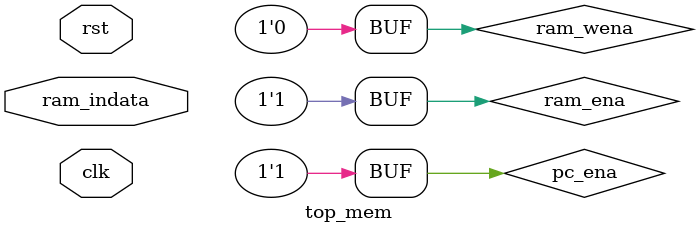
<source format=v>
`timescale 1ns / 1ps
module top_mem(
		input clk,
		input rst,
		//ÐÞ¸ÄimemÊ±µÄÊý¾Ý
		input [31:0] ram_indata
    );

wire [31:0] pc, npc;
//------------------------¿ØÖÆÐÅºÅ---------------------------
//ram_ena: Ö¸Áî¼Ä´æÆ÷Ê¹ÄÜÐÅºÅ£¬ ³£Îª¸ßµçÆ½Ê¹ÄÜ
//ram_wean: Ö¸Áî¼Ä´æÆ÷Ð´ÐÅºÅ£¬ÓÃÓÚdebugÊ±ÐÞ¸ÄÖ¸Áî¼Ä´æÆ÷ÄÚ²¿µÄÖµ
//pc_ena£ºpc¼Ä´æÆ÷Ê¹ÄÜÐÅºÅ£¬¸ßµçÆ½ÓÐÐ§£¬ÔÚÁ÷Ë®ÏßstallÊ±£¬Ê¹ÆäµÍµçÆ½ÎÞÐ§
wire ram_ena, ram_wena, pc_ena;
wire [31:0] instr;

dffe #(32) pcreg(clk, rst, pc_ena, npc, pc);
pipe_if pipeif(clk, pc, ram_ena, ram_wena, ram_indata, instr, npc);


assign ram_ena = 1'b1;
assign ram_wena = 1'b0;
assign pc_ena = 1'b1;


endmodule

</source>
